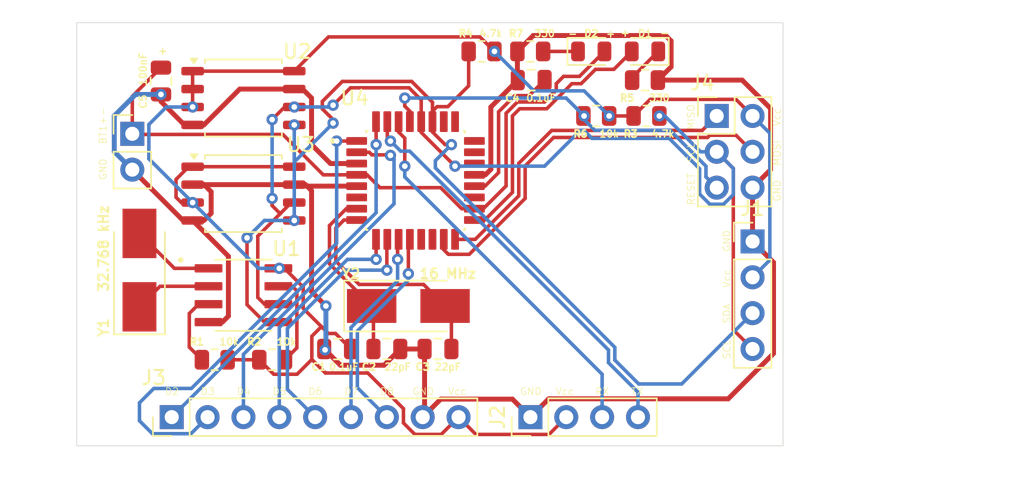
<source format=kicad_pcb>
(kicad_pcb (version 20240108) (generator "pcbnew") (generator_version "8.0")
  (title_block (title "MCU Datalogger") (date "2025-03-25") (rev "1") (company "Artem Kostenk&co") (comment 1 "2 layer PCB version"))
  (layers (0 "F.Cu" mixed) (31 "B.Cu" mixed) (34 "B.Paste" user) (35 "F.Paste" user) (36 "B.SilkS" user "B.Silkscreen") (37 "F.SilkS" user "F.Silkscreen") (38 "B.Mask" user) (39 "F.Mask" user) (44 "Edge.Cuts" user))
  (property "project_name" "MCU Datalogger with memory and clock")
  (net 0 "")
  (net 1 "Net-(BT1-+)")
  (net 2 "GND")
  (net 3 "/Vcc")
  (net 4 "Net-(U4-PB6)")
  (net 5 "Net-(U4-PB7)")
  (net 6 "Net-(U4-AREF)")
  (net 7 "Net-(D1-K)")
  (net 8 "/SCK")
  (net 9 "Net-(D2-K)")
  (net 10 "/SDA")
  (net 11 "/SCL")
  (net 12 "/TX")
  (net 13 "/RX")
  (net 14 "/D8")
  (net 15 "/D5")
  (net 16 "/D2")
  (net 17 "/D6")
  (net 18 "/D3")
  (net 19 "/D4")
  (net 20 "/D7")
  (net 21 "/RESET")
  (net 22 "/MISO")
  (net 23 "/MOSI")
  (net 24 "Net-(U1-~{INTA})")
  (net 25 "Net-(U1-SQW{slash}~INT)")
  (net 26 "Net-(U1-X1)")
  (net 27 "Net-(U1-X2)")
  (footprint "LED_SMD:LED_0805_2012Metric" (layer "F.Cu") (at 144.526 123.952 180)
    (property "Reference" "D1")
    (property "Value" "LED")
  )
  (footprint "Connector_PinHeader_2.54mm:PinHeader_1x02_P2.54mm_Vertical" (layer "F.Cu") (at 108.204 129.789)
    (property "Reference" "BT1+-" (hide yes))
    (property "Value" "Battery")
  )
  (footprint "MountingHole:MountingHole_2.1mm" (layer "F.Cu") (at 106.68 149.352)
    (property "Reference" "H2" (hide yes))
    (property "Value" "MountingHole")
  )
  (footprint "Resistor_SMD:R_0805_2012Metric" (layer "F.Cu") (at 141.0735 128.524 180)
    (property "Reference" "R6")
    (property "Value" "10k")
  )
  (footprint "LED_SMD:LED_0805_2012Metric" (layer "F.Cu") (at 140.716 123.952)
    (property "Reference" "D2")
    (property "Value" "LED")
  )
  (footprint "Connector_PinHeader_2.54mm:PinHeader_1x09_P2.54mm_Vertical" (layer "F.Cu") (at 110.998 149.86 90)
    (property "Reference" "J3")
    (property "Value" "Conn_01x09_Pin")
  )
  (footprint "MountingHole:MountingHole_2.1mm" (layer "F.Cu") (at 106.68 124.46)
    (property "Reference" "H3" (hide yes))
    (property "Value" "MountingHole")
  )
  (footprint "Resistor_SMD:R_0805_2012Metric" (layer "F.Cu") (at 132.9455 123.952 180)
    (property "Reference" "R4")
    (property "Value" "4.7k")
  )
  (footprint "Capacitor_SMD:C_0805_2012Metric" (layer "F.Cu") (at 129.86 145.034)
    (property "Reference" "C3")
    (property "Value" "22pF")
  )
  (footprint "MountingHole:MountingHole_2.1mm" (layer "F.Cu") (at 151.892 124.206)
    (property "Reference" "H1" (hide yes))
    (property "Value" "MountingHole")
  )
  (footprint "Capacitor_SMD:C_0805_2012Metric" (layer "F.Cu") (at 136.464 125.984)
    (property "Reference" "C4")
    (property "Value" "0.1uF")
  )
  (footprint "Resistor_SMD:R_0805_2012Metric" (layer "F.Cu") (at 118.11 145.796)
    (property "Reference" "R2")
    (property "Value" "10k")
  )
  (footprint "MountingHole:MountingHole_2.1mm" (layer "F.Cu") (at 151.892 149.352)
    (property "Reference" "H4" (hide yes))
    (property "Value" "MountingHole")
  )
  (footprint "Connector_PinHeader_2.54mm:PinHeader_2x03_P2.54mm_Vertical" (layer "F.Cu") (at 149.606 128.524)
    (property "Reference" "J4")
    (property "Value" "Conn_02x03_Odd_Even")
  )
  (footprint "Connector_PinHeader_2.54mm:PinHeader_1x04_P2.54mm_Vertical" (layer "F.Cu") (at 152.146 137.414)
    (property "Reference" "J1")
    (property "Value" "Conn_01x04_Pin")
  )
  (footprint "Resistor_SMD:R_0805_2012Metric" (layer "F.Cu") (at 136.398 123.952 180)
    (property "Reference" "R7")
    (property "Value" "330")
  )
  (footprint "Capacitor_SMD:C_0805_2012Metric" (layer "F.Cu") (at 122.748 145.034 180)
    (property "Reference" "C1")
    (property "Value" "0.1uF")
  )
  (footprint "Resistor_SMD:R_0805_2012Metric" (layer "F.Cu") (at 114.046 145.796 180)
    (property "Reference" "R1")
    (property "Value" "10k")
  )
  (footprint "Package_SO:SOIC-8_5.23x5.23mm_P1.27mm" (layer "F.Cu") (at 116.078 134.024)
    (property "Reference" "U3")
    (property "Value" "24LC1025")
  )
  (footprint "footprints:SOIC127P600X175-8N" (layer "F.Cu") (at 116.078 141.224)
    (property "Reference" "U1")
    (property "Value" "DS1337S_")
  )
  (footprint "Crystal:Crystal_SMD_5032-2Pin_5.0x3.2mm_HandSoldering" (layer "F.Cu") (at 127.762 141.986)
    (property "Reference" "Y2")
    (property "Value" "16 MHz")
  )
  (footprint "Resistor_SMD:R_0805_2012Metric" (layer "F.Cu") (at 144.526 125.984 180)
    (property "Reference" "R5")
    (property "Value" "330")
  )
  (footprint "Resistor_SMD:R_0805_2012Metric" (layer "F.Cu") (at 144.6295 128.524)
    (property "Reference" "R3")
    (property "Value" "4.7k")
  )
  (footprint "Package_SO:SOIC-8_5.23x5.23mm_P1.27mm" (layer "F.Cu") (at 116.078 127.254)
    (property "Reference" "U2")
    (property "Value" "24LC1025")
  )
  (footprint "footprints:QFP80P900X900X120-32N" (layer "F.Cu") (at 128.27 133.096)
    (property "Reference" "U4")
    (property "Value" "ATMEGA328P-AU")
  )
  (footprint "Capacitor_SMD:C_0805_2012Metric" (layer "F.Cu") (at 126.238 145.034 180)
    (property "Reference" "C2")
    (property "Value" "22pF")
  )
  (footprint "Crystal:Crystal_SMD_5032-2Pin_5.0x3.2mm_HandSoldering" (layer "F.Cu") (at 108.712 139.446 90)
    (property "Reference" "Y1")
    (property "Value" "32.768 kHz")
  )
  (footprint "Connector_PinHeader_2.54mm:PinHeader_1x04_P2.54mm_Vertical" (layer "F.Cu") (at 136.408 149.86 90)
    (property "Reference" "J2")
    (property "Value" "Conn_01x04_Pin")
  )
  (footprint "Capacitor_SMD:C_0805_2012Metric" (layer "F.Cu") (at 110.236 126.05 -90)
    (property "Reference" "C5")
    (property "Value" "100nF")
  )
  (gr_rect (start 104.267 121.92) (end 154.305 151.892) (stroke (width 0.05)) (fill none) (layer "Edge.Cuts"))
  (gr_text "SCL" (at 150.622 145.796 90) (layer "F.SilkS") (effects (font (size 0.5 0.5) (thickness 0.05)) (justify left bottom)))
  (gr_text "D3" (at 113.03 148.336 0) (layer "F.SilkS") (effects (font (size 0.5 0.5) (thickness 0.05)) (justify left bottom)))
  (gr_text "SDA" (at 150.622 143.256 90) (layer "F.SilkS") (effects (font (size 0.5 0.5) (thickness 0.05)) (justify left bottom)))
  (gr_text "RX" (at 140.97 148.336 0) (layer "F.SilkS") (effects (font (size 0.5 0.5) (thickness 0.05)) (justify left bottom)))
  (gr_text "+" (at 142.748 122.936 0) (layer "F.SilkS") (effects (font (size 0.5 0.5) (thickness 0.1)) (justify left bottom)))
  (gr_text "Vcc" (at 150.622 140.716 90) (layer "F.SilkS") (effects (font (size 0.5 0.5) (thickness 0.05)) (justify left bottom)))
  (gr_text "MOSI" (at 154.178 132.08 90) (layer "F.SilkS") (effects (font (size 0.5 0.5) (thickness 0.05)) (justify left bottom)))
  (gr_text "+" (at 109.982 124.206 0) (layer "F.SilkS") (effects (font (size 0.5 0.5) (thickness 0.1)) (justify left bottom)))
  (gr_text "D4" (at 115.57 148.336 0) (layer "F.SilkS") (effects (font (size 0.5 0.5) (thickness 0.05)) (justify left bottom)))
  (gr_text "BT1+-" (at 106.426 130.556 90) (layer "F.SilkS") (effects (font (size 0.5 0.5) (thickness 0.05)) (justify left bottom)))
  (gr_text "GND" (at 154.178 134.62 90) (layer "F.SilkS") (effects (font (size 0.5 0.5) (thickness 0.05)) (justify left bottom)))
  (gr_text "D8" (at 125.73 148.336 0) (layer "F.SilkS") (effects (font (size 0.5 0.5) (thickness 0.05)) (justify left bottom)))
  (gr_text "-" (at 145.542 122.936 0) (layer "F.SilkS") (effects (font (size 0.5 0.5) (thickness 0.1)) (justify left bottom)))
  (gr_text "+" (at 141.716 122.992 0) (layer "F.SilkS") (effects (font (size 0.5 0.5) (thickness 0.1)) (justify left bottom)))
  (gr_text "GND" (at 106.426 133.096 90) (layer "F.SilkS") (effects (font (size 0.5 0.5) (thickness 0.05)) (justify left bottom)))
  (gr_text "D2" (at 110.49 148.336 0) (layer "F.SilkS") (effects (font (size 0.5 0.5) (thickness 0.05)) (justify left bottom)))
  (gr_text "Vcc" (at 130.556 148.336 0) (layer "F.SilkS") (effects (font (size 0.5 0.5) (thickness 0.05)) (justify left bottom)))
  (gr_text "D7" (at 123.19 148.336 0) (layer "F.SilkS") (effects (font (size 0.5 0.5) (thickness 0.05)) (justify left bottom)))
  (gr_text "D6" (at 120.65 148.336 0) (layer "F.SilkS") (effects (font (size 0.5 0.5) (thickness 0.05)) (justify left bottom)))
  (gr_text "-" (at 139.031 122.992 0) (layer "F.SilkS") (effects (font (size 0.5 0.5) (thickness 0.1)) (justify left bottom)))
  (gr_text "RESET" (at 148.082 134.874 90) (layer "F.SilkS") (effects (font (size 0.5 0.5) (thickness 0.05)) (justify left bottom)))
  (gr_text "Vcc" (at 138.176 148.336 0) (layer "F.SilkS") (effects (font (size 0.5 0.5) (thickness 0.05)) (justify left bottom)))
  (gr_text "GND" (at 128.016 148.336 0) (layer "F.SilkS") (effects (font (size 0.5 0.5) (thickness 0.05)) (justify left bottom)))
  (gr_text "SCL" (at 148.082 131.826 90) (layer "F.SilkS") (effects (font (size 0.5 0.5) (thickness 0.05)) (justify left bottom)))
  (gr_text "Vcc" (at 154.178 129.286 90) (layer "F.SilkS") (effects (font (size 0.5 0.5) (thickness 0.05)) (justify left bottom)))
  (gr_text "MISO" (at 148.082 129.54 90) (layer "F.SilkS") (effects (font (size 0.5 0.5) (thickness 0.05)) (justify left bottom)))
  (gr_text "TX" (at 143.51 148.336 0) (layer "F.SilkS") (effects (font (size 0.5 0.5) (thickness 0.05)) (justify left bottom)))
  (gr_text "GND" (at 135.636 148.336 0) (layer "F.SilkS") (effects (font (size 0.5 0.5) (thickness 0.05)) (justify left bottom)))
  (gr_text "GND" (at 150.622 138.176 90) (layer "F.SilkS") (effects (font (size 0.5 0.5) (thickness 0.05)) (justify left bottom)))
  (gr_text "D5" (at 118.11 148.336 0) (layer "F.SilkS") (effects (font (size 0.5 0.5) (thickness 0.05)) (justify left bottom)))
  (segment (start 118.868908 129.834) (end 108.249 129.834) (width 0.25) (layer "F.Cu") (net 1))
  (segment (start 135.484396 127.534) (end 134.684198 128.334198) (width 0.25) (layer "F.Cu") (net 1))
  (segment (start 133.071252 135.096) (end 132.44 135.096) (width 0.25) (layer "F.Cu") (net 1))
  (segment (start 108.249 129.834) (end 108.204 129.789) (width 0.25) (layer "F.Cu") (net 1))
  (segment (start 138.239 126.238) (end 138.239 126.7041) (width 0.25) (layer "F.Cu") (net 1))
  (segment (start 108.204 127.132) (end 108.204 129.789) (width 0.25) (layer "F.Cu") (net 1))
  (segment (start 138.756 125.721) (end 138.239 126.238) (width 0.25) (layer "F.Cu") (net 1))
  (segment (start 134.684198 128.334198) (end 134.684198 133.483054) (width 0.25) (layer "F.Cu") (net 1))
  (segment (start 139.8845 125.721) (end 138.756 125.721) (width 0.25) (layer "F.Cu") (net 1))
  (segment (start 130.048 133.604) (end 131.54 135.096) (width 0.25) (layer "F.Cu") (net 1))
  (segment (start 134.684198 133.483054) (end 133.071252 135.096) (width 0.25) (layer "F.Cu") (net 1))
  (segment (start 138.239 126.7041) (end 137.4091 127.534) (width 0.25) (layer "F.Cu") (net 1))
  (segment (start 124.1 132.696) (end 121.730908 132.696) (width 0.25) (layer "F.Cu") (net 1))
  (segment (start 137.4091 127.534) (end 135.484396 127.534) (width 0.25) (layer "F.Cu") (net 1))
  (segment (start 121.730908 132.696) (end 118.868908 129.834) (width 0.25) (layer "F.Cu") (net 1))
  (segment (start 124.1 132.696) (end 124.835 132.696) (width 0.25) (layer "F.Cu") (net 1))
  (segment (start 124.835 132.696) (end 125.743 133.604) (width 0.25) (layer "F.Cu") (net 1))
  (segment (start 123.992 132.588) (end 124.1 132.696) (width 0.25) (layer "F.Cu") (net 1))
  (segment (start 125.743 133.604) (end 130.048 133.604) (width 0.25) (layer "F.Cu") (net 1))
  (segment (start 141.6535 123.952) (end 139.8845 125.721) (width 0.25) (layer "F.Cu") (net 1))
  (segment (start 110.236 125.1) (end 108.204 127.132) (width 0.25) (layer "F.Cu") (net 1))
  (segment (start 131.54 135.096) (end 132.44 135.096) (width 0.25) (layer "F.Cu") (net 1))
  (segment (start 108.416 129.577) (end 108.204 129.789) (width 0.25) (layer "B.Cu") (net 1))
  (segment (start 120.903 127.253) (end 120.269 126.619) (width 0.35) (layer "F.Cu") (net 2))
  (segment (start 127.188 145.034) (end 126.038 146.184) (width 0.35) (layer "F.Cu") (net 2))
  (segment (start 153.421 132.329) (end 152.146 133.604) (width 0.35) (layer "F.Cu") (net 2))
  (segment (start 113.603 143.129) (end 114.588 143.129) (width 0.35) (layer "F.Cu") (net 2))
  (segment (start 152.146 133.604) (end 152.146 137.414) (width 0.35) (layer "F.Cu") (net 2))
  (segment (start 150.420106 148.563017) (end 153.63 145.353123) (width 0.35) (layer "F.Cu") (net 2))
  (segment (start 121.859 145.095) (end 121.798 145.034) (width 0.35) (layer "F.Cu") (net 2))
  (segment (start 146.376 123.21199) (end 145.99101 122.827) (width 0.35) (layer "F.Cu") (net 2))
  (segment (start 112.478 129.159) (end 113.277999 129.159) (width 0.35) (layer "F.Cu") (net 2))
  (segment (start 153.63 145.353123) (end 153.63 138.898) (width 0.35) (layer "F.Cu") (net 2))
  (segment (start 126.038 146.184) (end 122.948 146.184) (width 0.35) (layer "F.Cu") (net 2))
  (segment (start 119.678 133.389) (end 119.785 133.496) (width 0.35) (layer "F.Cu") (net 2))
  (segment (start 153.421 127.995877) (end 153.421 132.329) (width 0.35) (layer "F.Cu") (net 2))
  (segment (start 112.478 135.929) (end 113.277999 135.929) (width 0.35) (layer "F.Cu") (net 2))
  (segment (start 137.704983 148.563017) (end 150.420106 148.563017) (width 0.35) (layer "F.Cu") (net 2))
  (segment (start 136.6105 122.827) (end 135.4855 123.952) (width 0.35) (layer "F.Cu") (net 2))
  (segment (start 120.269 126.619) (end 119.678 126.619) (width 0.35) (layer "F.Cu") (net 2))
  (segment (start 119.678 133.389) (end 112.478 133.389) (width 0.35) (layer "F.Cu") (net 2))
  (segment (start 120.103 133.389) (end 119.678 133.389) (width 0.35) (layer "F.Cu") (net 2))
  (segment (start 110.236 127.5) (end 111.895 129.159) (width 0.35) (layer "F.Cu") (net 2))
  (segment (start 135.4855 125.9555) (end 135.514 125.984) (width 0.35) (layer "F.Cu") (net 2))
  (segment (start 145.4385 125.984) (end 151.409123 125.984) (width 0.35) (layer "F.Cu") (net 2))
  (segment (start 113.277999 135.929) (end 113.792 135.414999) (width 0.35) (layer "F.Cu") (net 2))
  (segment (start 119.678 133.389) (end 120.477999 133.389) (width 0.35) (layer "F.Cu") (net 2))
  (segment (start 111.895 129.159) (end 112.478 129.159) (width 0.35) (layer "F.Cu") (net 2))
  (segment (start 122.948 146.184) (end 121.859 145.095) (width 0.35) (layer "F.Cu") (net 2))
  (segment (start 111.804 135.929) (end 112.478 135.929) (width 0.35) (layer "F.Cu") (net 2))
  (segment (start 128.91 145.034) (end 128.91 149.728) (width 0.35) (layer "F.Cu") (net 2))
  (segment (start 153.63 138.898) (end 152.146 137.414) (width 0.35) (layer "F.Cu") (net 2))
  (segment (start 119.785 133.496) (end 124.1 133.496) (width 0.35) (layer "F.Cu") (net 2))
  (segment (start 145.4385 125.984) (end 146.376 125.0465) (width 0.35) (layer "F.Cu") (net 2))
  (segment (start 151.409123 125.984) (end 153.421 127.995877) (width 0.35) (layer "F.Cu") (net 2))
  (segment (start 133.604 132.304672) (end 133.212672 132.696) (width 0.35) (layer "F.Cu") (net 2))
  (segment (start 135.514 125.984) (end 133.604 127.894) (width 0.35) (layer "F.Cu") (net 2))
  (segment (start 127.188 145.034) (end 128.91 145.034) (width 0.35) (layer "F.Cu") (net 2))
  (segment (start 113.284 133.389) (end 112.478 133.389) (width 0.35) (layer "F.Cu") (net 2))
  (segment (start 120.477999 133.389) (end 120.904 133.815001) (width 0.35) (layer "F.Cu") (net 2))
  (segment (start 120.904 140.97) (end 121.92 141.986) (width 0.35) (layer "F.Cu") (net 2))
  (segment (start 136.408 149.86) (end 137.704983 148.563017) (width 0.35) (layer "F.Cu") (net 2))
  (segment (start 120.903 130.555) (end 120.903 127.253) (width 0.35) (layer "F.Cu") (net 2))
  (segment (start 114.588 143.129) (end 115.013 142.704) (width 0.35) (layer "F.Cu") (net 2))
  (segment (start 110.236 127) (end 110.236 127.5) (width 0.35) (layer "F.Cu") (net 2))
  (segment (start 135.133 148.585) (end 130.053 148.585) (width 0.35) (layer "F.Cu") (net 2))
  (segment (start 113.792 133.897) (end 113.284 133.389) (width 0.35) (layer "F.Cu") (net 2))
  (segment (start 113.792 135.414999) (end 113.792 133.897) (width 0.35) (layer "F.Cu") (net 2))
  (segment (start 133.212672 132.696) (end 132.44 132.696) (width 0.35) (layer "F.Cu") (net 2))
  (segment (start 113.277999 129.159) (end 115.817999 126.619) (width 0.35) (layer "F.Cu") (net 2))
  (segment (start 146.376 125.0465) (end 146.376 123.21199) (width 0.35) (layer "F.Cu") (net 2))
  (segment (start 120.904 133.815001) (end 120.904 140.97) (width 0.35) (layer "F.Cu") (net 2))
  (segment (start 108.204 132.329) (end 111.804 135.929) (width 0.35) (layer "F.Cu") (net 2))
  (segment (start 136.408 149.86) (end 135.133 148.585) (width 0.35) (layer "F.Cu") (net 2))
  (segment (start 128.91 149.728) (end 128.778 149.86) (width 0.35) (layer "F.Cu") (net 2))
  (segment (start 145.99101 122.827) (end 136.6105 122.827) (width 0.35) (layer "F.Cu") (net 2))
  (segment (start 124.1 131.896) (end 122.244 131.896) (width 0.35) (layer "F.Cu") (net 2))
  (segment (start 115.013 142.704) (end 115.013 138.464) (width 0.35) (layer "F.Cu") (net 2))
  (segment (start 122.244 131.896) (end 120.903 130.555) (width 0.35) (layer "F.Cu") (net 2))
  (segment (start 135.4855 123.952) (end 135.4855 125.9555) (width 0.35) (layer "F.Cu") (net 2))
  (segment (start 115.817999 126.619) (end 119.678 126.619) (width 0.35) (layer "F.Cu") (net 2))
  (segment (start 133.604 127.894) (end 133.604 132.304672) (width 0.35) (layer "F.Cu") (net 2))
  (segment (start 115.013 138.464) (end 112.478 135.929) (width 0.35) (layer "F.Cu") (net 2))
  (segment (start 130.053 148.585) (end 128.778 149.86) (width 0.35) (layer "F.Cu") (net 2))
  (via (at 121.859 145.095) (size 0.8) (drill 0.4) (layers "F.Cu" "B.Cu") (net 2))
  (via (at 121.92 141.986) (size 0.8) (drill 0.4) (layers "F.Cu" "B.Cu") (net 2))
  (via (at 110.236 127) (size 0.8) (drill 0.4) (layers "F.Cu" "B.Cu") (net 2))
  (segment (start 108.204 132.329) (end 106.929 131.054) (width 0.35) (layer "B.Cu") (net 2))
  (segment (start 121.92 141.986) (end 121.92 145.034) (width 0.35) (layer "B.Cu") (net 2))
  (segment (start 108.443 127) (end 110.236 127) (width 0.35) (layer "B.Cu") (net 2))
  (segment (start 121.92 145.034) (end 121.859 145.095) (width 0.35) (layer "B.Cu") (net 2))
  (segment (start 106.929 128.514) (end 108.443 127) (width 0.35) (layer "B.Cu") (net 2))
  (segment (start 106.929 131.054) (end 106.929 128.514) (width 0.35) (layer "B.Cu") (net 2))
  (segment (start 120.313 142.157) (end 121.581604 143.425604) (width 0.25) (layer "F.Cu") (net 3))
  (segment (start 137.723 151.085) (end 132.543 151.085) (width 0.25) (layer "F.Cu") (net 3))
  (segment (start 152.146 128.524) (end 150.971 127.349) (width 0.25) (layer "F.Cu") (net 3))
  (segment (start 118.553 139.319) (end 118.618 139.319) (width 0.25) (layer "F.Cu") (net 3))
  (segment (start 124.89 146.734) (end 121.88219 146.734) (width 0.25) (layer "F.Cu") (net 3))
  (segment (start 127.413 149.257) (end 124.89 146.734) (width 0.25) (layer "F.Cu") (net 3))
  (segment (start 122.09 143.934) (end 121.666 143.51) (width 0.25) (layer "F.Cu") (net 3))
  (segment (start 130.093 151.085) (end 128.225 151.085) (width 0.25) (layer "F.Cu") (net 3))
  (segment (start 121.88219 146.734) (end 120.923 145.77481) (width 0.25) (layer "F.Cu") (net 3))
  (segment (start 127.413 150.273) (end 127.413 149.257) (width 0.25) (layer "F.Cu") (net 3))
  (segment (start 118.618 139.319) (end 118.981462 139.319) (width 0.25) (layer "F.Cu") (net 3))
  (segment (start 138.948 149.86) (end 137.723 151.085) (width 0.25) (layer "F.Cu") (net 3))
  (segment (start 120.923 144.12881) (end 121.54181 143.51) (width 0.25) (layer "F.Cu") (net 3))
  (segment (start 117.1975 145.796) (end 118.2225 146.821) (width 0.25) (layer "F.Cu") (net 3))
  (segment (start 118.2225 146.821) (end 119.87681 146.821) (width 0.25) (layer "F.Cu") (net 3))
  (segment (start 128.225 151.085) (end 127.413 150.273) (width 0.25) (layer "F.Cu") (net 3))
  (segment (start 132.543 151.085) (end 131.318 149.86) (width 0.25) (layer "F.Cu") (net 3))
  (segment (start 120.313 140.650538) (end 120.313 142.157) (width 0.25) (layer "F.Cu") (net 3))
  (segment (start 112.478 126.619) (end 112.478 127.889) (width 0.25) (layer "F.Cu") (net 3))
  (segment (start 111.678001 134.659) (end 111.303 134.283999) (width 0.25) (layer "F.Cu") (net 3))
  (segment (start 150.971 127.349) (end 144.892 127.349) (width 0.25) (layer "F.Cu") (net 3))
  (segment (start 141.986 128.524) (end 143.717 128.524) (width 0.25) (layer "F.Cu") (net 3))
  (segment (start 122.1 122.927) (end 119.678 125.349) (width 0.25) (layer "F.Cu") (net 3))
  (segment (start 121.666 143.51) (end 121.581604 143.425604) (width 0.25) (layer "F.Cu") (net 3))
  (segment (start 114.9585 145.796) (end 117.1975 145.796) (width 0.25) (layer "F.Cu") (net 3))
  (segment (start 111.303 134.283999) (end 111.303 133.017382) (width 0.25) (layer "F.Cu") (net 3))
  (segment (start 118.981462 139.319) (end 120.313 140.650538) (width 0.25) (layer "F.Cu") (net 3))
  (segment (start 112.478 125.349) (end 119.678 125.349) (width 0.25) (layer "F.Cu") (net 3))
  (segment (start 133.858 123.952) (end 132.833 122.927) (width 0.25) (layer "F.Cu") (net 3))
  (segment (start 123.698 145.034) (end 122.598 143.934) (width 0.25) (layer "F.Cu") (net 3))
  (segment (start 132.833 122.927) (end 122.1 122.927) (width 0.25) (layer "F.Cu") (net 3))
  (segment (start 112.478 132.119) (end 119.678 132.119) (width 0.25) (layer "F.Cu") (net 3))
  (segment (start 112.478 134.659) (end 111.678001 134.659) (width 0.25) (layer "F.Cu") (net 3))
  (segment (start 144.892 127.349) (end 143.717 128.524) (width 0.25) (layer "F.Cu") (net 3))
  (segment (start 120.923 145.77481) (end 120.923 144.12881) (width 0.25) (layer "F.Cu") (net 3))
  (segment (start 121.54181 143.51) (end 121.666 143.51) (width 0.25) (layer "F.Cu") (net 3))
  (segment (start 131.318 149.86) (end 130.093 151.085) (width 0.25) (layer "F.Cu") (net 3))
  (segment (start 111.303 133.017382) (end 112.201382 132.119) (width 0.25) (layer "F.Cu") (net 3))
  (segment (start 112.201382 132.119) (end 112.478 132.119) (width 0.25) (layer "F.Cu") (net 3))
  (segment (start 122.598 143.934) (end 122.09 143.934) (width 0.25) (layer "F.Cu") (net 3))
  (segment (start 119.87681 146.821) (end 120.923 145.77481) (width 0.25) (layer "F.Cu") (net 3))
  (segment (start 112.478 125.349) (end 112.478 126.619) (width 0.25) (layer "F.Cu") (net 3))
  (via (at 112.478 127.889) (size 0.8) (drill 0.4) (layers "F.Cu" "B.Cu") (net 3))
  (via (at 141.986 128.524) (size 0.8) (drill 0.4) (layers "F.Cu" "B.Cu") (net 3))
  (via (at 118.618 139.319) (size 0.8) (drill 0.4) (layers "F.Cu" "B.Cu") (net 3))
  (via (at 112.478 134.659) (size 0.8) (drill 0.4) (layers "F.Cu" "B.Cu") (net 3))
  (via (at 133.858 123.952) (size 0.8) (drill 0.4) (layers "F.Cu" "B.Cu") (net 3))
  (segment (start 136.652 126.746) (end 133.858 123.952) (width 0.25) (layer "B.Cu") (net 3))
  (segment (start 110.617 127.889) (end 112.478 127.889) (width 0.25) (layer "B.Cu") (net 3))
  (segment (start 109.379 129.127) (end 110.617 127.889) (width 0.25) (layer "B.Cu") (net 3))
  (segment (start 140.208 126.746) (end 136.652 126.746) (width 0.25) (layer "B.Cu") (net 3))
  (segment (start 109.379 131.56) (end 109.379 129.127) (width 0.25) (layer "B.Cu") (net 3))
  (segment (start 153.371 138.729) (end 153.371 129.749) (width 0.25) (layer "B.Cu") (net 3))
  (segment (start 152.146 139.954) (end 153.371 138.729) (width 0.25) (layer "B.Cu") (net 3))
  (segment (start 153.371 129.749) (end 152.146 128.524) (width 0.25) (layer "B.Cu") (net 3))
  (segment (start 118.618 139.319) (end 117.138 139.319) (width 0.25) (layer "B.Cu") (net 3))
  (segment (start 117.138 139.319) (end 112.478 134.659) (width 0.25) (layer "B.Cu") (net 3))
  (segment (start 112.478 134.659) (end 109.379 131.56) (width 0.25) (layer "B.Cu") (net 3))
  (segment (start 141.986 128.524) (end 140.208 126.746) (width 0.25) (layer "B.Cu") (net 3))
  (segment (start 125.288 142.112) (end 125.162 141.986) (width 0.25) (layer "F.Cu") (net 4))
  (segment (start 122.174 138.998) (end 122.174 136.287) (width 0.25) (layer "F.Cu") (net 4))
  (segment (start 125.288 145.034) (end 125.288 142.112) (width 0.25) (layer "F.Cu") (net 4))
  (segment (start 125.162 141.986) (end 122.174 138.998) (width 0.25) (layer "F.Cu") (net 4))
  (segment (start 122.174 136.287) (end 123.365 135.096) (width 0.25) (layer "F.Cu") (net 4))
  (segment (start 123.365 135.096) (end 124.1 135.096) (width 0.25) (layer "F.Cu") (net 4))
  (segment (start 122.624 136.473396) (end 123.201396 135.896) (width 0.25) (layer "F.Cu") (net 5))
  (segment (start 123.201396 135.896) (end 124.1 135.896) (width 0.25) (layer "F.Cu") (net 5))
  (segment (start 124.273396 140.461) (end 122.624 138.811604) (width 0.25) (layer "F.Cu") (net 5))
  (segment (start 122.624 138.811604) (end 122.624 136.473396) (width 0.25) (layer "F.Cu") (net 5))
  (segment (start 130.362 141.986) (end 128.837 140.461) (width 0.25) (layer "F.Cu") (net 5))
  (segment (start 130.81 145.034) (end 130.81 142.434) (width 0.25) (layer "F.Cu") (net 5))
  (segment (start 130.81 142.434) (end 130.362 141.986) (width 0.25) (layer "F.Cu") (net 5))
  (segment (start 128.837 140.461) (end 124.273396 140.461) (width 0.25) (layer "F.Cu") (net 5))
  (segment (start 135.298 127.084) (end 134.154 128.228) (width 0.25) (layer "F.Cu") (net 6))
  (segment (start 137.414 125.984) (end 136.314 127.084) (width 0.25) (layer "F.Cu") (net 6))
  (segment (start 134.154 132.53249) (end 133.19049 133.496) (width 0.25) (layer "F.Cu") (net 6))
  (segment (start 136.314 127.084) (end 135.298 127.084) (width 0.25) (layer "F.Cu") (net 6))
  (segment (start 133.19049 133.496) (end 132.44 133.496) (width 0.25) (layer "F.Cu") (net 6))
  (segment (start 134.154 128.228) (end 134.154 132.53249) (width 0.25) (layer "F.Cu") (net 6))
  (segment (start 143.6135 125.802) (end 145.4635 123.952) (width 0.25) (layer "F.Cu") (net 7))
  (segment (start 143.6135 125.984) (end 143.6135 125.802) (width 0.25) (layer "F.Cu") (net 7))
  (segment (start 141.019896 125.222) (end 142.3185 125.222) (width 0.25) (layer "F.Cu") (net 8))
  (segment (start 132.44 135.896) (end 133.175 135.896) (width 0.25) (layer "F.Cu") (net 8))
  (segment (start 142.3185 125.222) (end 143.5885 123.952) (width 0.25) (layer "F.Cu") (net 8))
  (segment (start 135.642198 128.016) (end 137.563496 128.016) (width 0.25) (layer "F.Cu") (net 8))
  (segment (start 139.341496 126.238) (end 140.003896 126.238) (width 0.25) (layer "F.Cu") (net 8))
  (segment (start 135.134198 128.524) (end 135.642198 128.016) (width 0.25) (layer "F.Cu") (net 8))
  (segment (start 140.003896 126.238) (end 141.019896 125.222) (width 0.25) (layer "F.Cu") (net 8))
  (segment (start 133.175 135.896) (end 135.134198 133.936802) (width 0.25) (layer "F.Cu") (net 8))
  (segment (start 137.563496 128.016) (end 139.341496 126.238) (width 0.25) (layer "F.Cu") (net 8))
  (segment (start 135.134198 133.936802) (end 135.134198 128.524) (width 0.25) (layer "F.Cu") (net 8))
  (segment (start 137.3105 123.952) (end 139.7785 123.952) (width 0.25) (layer "F.Cu") (net 9))
  (segment (start 129.47 128.191) (end 129.47 128.926) (width 0.25) (layer "F.Cu") (net 10))
  (segment (start 132.033 126.389) (end 130.556 127.866) (width 0.25) (layer "F.Cu") (net 10))
  (segment (start 129.795 127.866) (end 129.47 128.191) (width 0.25) (layer "F.Cu") (net 10))
  (segment (start 130.556 127.866) (end 129.795 127.866) (width 0.25) (layer "F.Cu") (net 10))
  (segment (start 132.033 123.952) (end 132.033 126.389) (width 0.25) (layer "F.Cu") (net 10))
  (segment (start 129.47 128.926) (end 129.47 127.554299) (width 0.25) (layer "F.Cu") (net 10))
  (segment (start 116.332 141.893) (end 116.332 137.16) (width 0.25) (layer "F.Cu") (net 10))
  (segment (start 122.428 128.778) (end 122.428 129.032) (width 0.25) (layer "F.Cu") (net 10))
  (segment (start 117.568 143.129) (end 116.332 141.893) (width 0.25) (layer "F.Cu") (net 10))
  (segment (start 129.47 127.554299) (end 127.994701 126.079) (width 0.25) (layer "F.Cu") (net 10))
  (segment (start 121.666 127.498695) (end 121.666 128.025305) (width 0.25) (layer "F.Cu") (net 10))
  (segment (start 122.127695 128.487) (end 122.137 128.487) (width 0.25) (layer "F.Cu") (net 10))
  (segment (start 130.81 130.556) (end 130.365 130.556) (width 0.25) (layer "F.Cu") (net 10))
  (segment (start 123.085695 126.079) (end 121.666 127.498695) (width 0.25) (layer "F.Cu") (net 10))
  (segment (start 121.666 128.025305) (end 122.127695 128.487) (width 0.25) (layer "F.Cu") (net 10))
  (segment (start 130.365 130.556) (end 129.47 129.661) (width 0.25) (layer "F.Cu") (net 10))
  (segment (start 129.47 129.661) (end 129.47 128.926) (width 0.25) (layer "F.Cu") (net 10))
  (segment (start 118.553 143.129) (end 117.568 143.129) (width 0.25) (layer "F.Cu") (net 10))
  (segment (start 127.994701 126.079) (end 123.085695 126.079) (width 0.25) (layer "F.Cu") (net 10))
  (segment (start 122.137 128.487) (end 122.428 128.778) (width 0.25) (layer "F.Cu") (net 10))
  (via (at 116.332 137.16) (size 0.8) (drill 0.4) (layers "F.Cu" "B.Cu") (net 10))
  (via (at 130.81 130.556) (size 0.8) (drill 0.4) (layers "F.Cu" "B.Cu") (net 10))
  (via (at 119.678 129.159) (size 0.8) (drill 0.4) (layers "F.Cu" "B.Cu") (net 10))
  (via (at 119.678 135.929) (size 0.8) (drill 0.4) (layers "F.Cu" "B.Cu") (net 10))
  (via (at 122.428 129.032) (size 0.8) (drill 0.4) (layers "F.Cu" "B.Cu") (net 10))
  (segment (start 129.673048 132.200951) (end 129.673048 131.692952) (width 0.25) (layer "B.Cu") (net 10))
  (segment (start 119.678 131.826) (end 119.678 129.159) (width 0.25) (layer "B.Cu") (net 10))
  (segment (start 139.071048 141.598951) (end 129.673048 132.200951) (width 0.25) (layer "B.Cu") (net 10))
  (segment (start 142.388 145.815604) (end 142.388 145.796) (width 0.25) (layer "B.Cu") (net 10))
  (segment (start 147.130198 147.509802) (end 144.082198 147.509802) (width 0.25) (layer "B.Cu") (net 10))
  (segment (start 122.428 129.032) (end 119.678 131.782) (width 0.25) (layer "B.Cu") (net 10))
  (segment (start 119.678 135.929) (end 119.678 131.826) (width 0.25) (layer "B.Cu") (net 10))
  (segment (start 117.563 135.929) (end 119.678 135.929) (width 0.25) (layer "B.Cu") (net 10))
  (segment (start 130.302 131.064) (end 130.81 130.556) (width 0.25) (layer "B.Cu") (net 10))
  (segment (start 144.082198 147.509802) (end 142.388 145.815604) (width 0.25) (layer "B.Cu") (net 10))
  (segment (start 129.673048 131.692952) (end 130.302 131.064) (width 0.25) (layer "B.Cu") (net 10))
  (segment (start 116.332 137.16) (end 117.563 135.929) (width 0.25) (layer "B.Cu") (net 10))
  (segment (start 119.678 131.782) (end 119.678 131.826) (width 0.25) (layer "B.Cu") (net 10))
  (segment (start 152.146 142.494) (end 147.130198 147.509802) (width 0.25) (layer "B.Cu") (net 10))
  (segment (start 142.388 145.796) (end 142.388 144.915903) (width 0.25) (layer "B.Cu") (net 10))
  (segment (start 142.388 144.915903) (end 139.071048 141.598951) (width 0.25) (layer "B.Cu") (net 10))
  (segment (start 117.094 141.385) (end 117.094 137.037092) (width 0.25) (layer "F.Cu") (net 11))
  (segment (start 117.094 137.037092) (end 118.683546 135.447546) (width 0.25) (layer "F.Cu") (net 11))
  (segment (start 150.781 143.669) (end 150.781 132.239) (width 0.25) (layer "F.Cu") (net 11))
  (segment (start 128.67 128.926) (end 128.67 127.390695) (width 0.25) (layer "F.Cu") (net 11))
  (segment (start 127.808305 126.529) (end 123.661 126.529) (width 0.25) (layer "F.Cu") (net 11))
  (segment (start 152.146 145.034) (end 150.781 143.669) (width 0.25) (layer "F.Cu") (net 11))
  (segment (start 118.683546 135.447546) (end 119.472092 134.659) (width 0.25) (layer "F.Cu") (net 11))
  (segment (start 128.67 129.686) (end 128.67 128.926) (width 0.25) (layer "F.Cu") (net 11))
  (segment (start 119.678 127.889) (end 118.999 127.889) (width 0.25) (layer "F.Cu") (net 11))
  (segment (start 118.11 134.366) (end 118.11 134.874) (width 0.25) (layer "F.Cu") (net 11))
  (segment (start 118.11 134.874) (end 118.683546 135.447546) (width 0.25) (layer "F.Cu") (net 11))
  (segment (start 118.553 141.859) (end 117.568 141.859) (width 0.25) (layer "F.Cu") (net 11))
  (segment (start 119.472092 134.659) (end 119.678 134.659) (width 0.25) (layer "F.Cu") (net 11))
  (segment (start 123.661 126.529) (end 122.428 127.762) (width 0.25) (layer "F.Cu") (net 11))
  (segment (start 118.999 127.889) (end 118.11 128.778) (width 0.25) (layer "F.Cu") (net 11))
  (segment (start 128.67 127.390695) (end 127.808305 126.529) (width 0.25) (layer "F.Cu") (net 11))
  (segment (start 119.551 127.762) (end 119.678 127.889) (width 0.25) (layer "F.Cu") (net 11))
  (segment (start 117.568 141.859) (end 117.094 141.385) (width 0.25) (layer "F.Cu") (net 11))
  (segment (start 131.064 132.08) (end 128.67 129.686) (width 0.25) (layer "F.Cu") (net 11))
  (segment (start 150.781 132.239) (end 149.606 131.064) (width 0.25) (layer "F.Cu") (net 11))
  (via (at 118.11 128.778) (size 0.8) (drill 0.4) (layers "F.Cu" "B.Cu") (net 11))
  (via (at 131.064 132.08) (size 0.8) (drill 0.4) (layers "F.Cu" "B.Cu") (net 11))
  (via (at 122.428 127.762) (size 0.8) (drill 0.4) (layers "F.Cu" "B.Cu") (net 11))
  (via (at 145.542 128.524) (size 0.8) (drill 0.4) (layers "F.Cu" "B.Cu") (net 11))
  (via (at 118.11 134.366) (size 0.8) (drill 0.4) (layers "F.Cu" "B.Cu") (net 11))
  (via (at 119.678 127.889) (size 0.8) (drill 0.4) (layers "F.Cu" "B.Cu") (net 11))
  (segment (start 131.064 132.08) (end 137.414 132.08) (width 0.25) (layer "B.Cu") (net 11))
  (segment (start 140.770893 130.112198) (end 146.239802 130.112198) (width 0.25) (layer "B.Cu") (net 11))
  (segment (start 148.394 134.053701) (end 149.119299 134.779) (width 0.25) (layer "B.Cu") (net 11))
  (segment (start 148.464396 131.064) (end 145.924396 128.524) (width 0.25) (layer "B.Cu") (net 11))
  (segment (start 146.239802 130.112198) (end 148.394 132.266396) (width 0.25) (layer "B.Cu") (net 11))
  (segment (start 139.954 129.54) (end 140.198695 129.54) (width 0.25) (layer "B.Cu") (net 11))
  (segment (start 149.119299 134.779) (end 150.092701 134.779) (width 0.25) (layer "B.Cu") (net 11))
  (segment (start 122.428 127.762) (end 122.174 127.762) (width 0.25) (layer "B.Cu") (net 11))
  (segment (start 118.11 134.112) (end 118.11 134.366) (width 0.25) (layer "B.Cu") (net 11))
  (segment (start 150.781 134.090701) (end 150.781 132.239) (width 0.25) (layer "B.Cu") (net 11))
  (segment (start 122.047 127.889) (end 119.678 127.889) (width 0.25) (layer "B.Cu") (net 11))
  (segment (start 148.394 132.266396) (end 148.394 134.053701) (width 0.25) (layer "B.Cu") (net 11))
  (segment (start 122.174 127.762) (end 122.047 127.889) (width 0.25) (layer "B.Cu") (net 11))
  (segment (start 140.198695 129.54) (end 140.770893 130.112198) (width 0.25) (layer "B.Cu") (net 11))
  (segment (start 149.606 131.064) (end 148.464396 131.064) (width 0.25) (layer "B.Cu") (net 11))
  (segment (start 137.414 132.08) (end 139.954 129.54) (width 0.25) (layer "B.Cu") (net 11))
  (segment (start 145.924396 128.524) (end 145.542 128.524) (width 0.25) (layer "B.Cu") (net 11))
  (segment (start 150.092701 134.779) (end 150.781 134.090701) (width 0.25) (layer "B.Cu") (net 11))
  (segment (start 150.781 132.239) (end 149.606 131.064) (width 0.25) (layer "B.Cu") (net 11))
  (segment (start 118.11 128.778) (end 118.11 133.858) (width 0.25) (layer "B.Cu") (net 11))
  (segment (start 118.11 133.858) (end 118.11 134.112) (width 0.25) (layer "B.Cu") (net 11))
  (segment (start 126.492 130.302) (end 126.27 130.08) (width 0.25) (layer "F.Cu") (net 12))
  (segment (start 126.27 130.08) (end 126.27 128.926) (width 0.25) (layer "F.Cu") (net 12))
  (via (at 126.492 130.302) (size 0.8) (drill 0.4) (layers "F.Cu" "B.Cu") (net 12))
  (segment (start 144.028 148.092) (end 141.938 146.002) (width 0.25) (layer "B.Cu") (net 12))
  (segment (start 141.938 146.002) (end 141.938 145.102299) (width 0.25) (layer "B.Cu") (net 12))
  (segment (start 141.938 145.102299) (end 127.853396 131.017695) (width 0.25) (layer "B.Cu") (net 12))
  (segment (start 126.501305 130.302) (end 126.492 130.302) (width 0.25) (layer "B.Cu") (net 12))
  (segment (start 144.028 149.86) (end 144.028 148.092) (width 0.25) (layer "B.Cu") (net 12))
  (segment (start 127.217 131.017695) (end 126.501305 130.302) (width 0.25) (layer "B.Cu") (net 12))
  (segment (start 127.853396 131.017695) (end 127.217 131.017695) (width 0.25) (layer "B.Cu") (net 12))
  (segment (start 127.508 132.08) (end 127.508 130.099) (width 0.25) (layer "F.Cu") (net 13))
  (segment (start 127.508 130.099) (end 127.07 129.661) (width 0.25) (layer "F.Cu") (net 13))
  (segment (start 127.07 129.661) (end 127.07 128.926) (width 0.25) (layer "F.Cu") (net 13))
  (via (at 127.508 132.08) (size 0.8) (drill 0.4) (layers "F.Cu" "B.Cu") (net 13))
  (segment (start 141.488 146.822) (end 127.508 132.842) (width 0.25) (layer "B.Cu") (net 13))
  (segment (start 127.508 132.842) (end 127.508 132.08) (width 0.25) (layer "B.Cu") (net 13))
  (segment (start 141.488 149.86) (end 141.488 146.822) (width 0.25) (layer "B.Cu") (net 13))
  (segment (start 127.762 137.374) (end 127.87 137.266) (width 0.25) (layer "F.Cu") (net 14))
  (segment (start 127.762 139.7) (end 127.762 137.374) (width 0.25) (layer "F.Cu") (net 14))
  (via (at 127.762 139.7) (size 0.8) (drill 0.4) (layers "F.Cu" "B.Cu") (net 14))
  (segment (start 127.762 140.15) (end 127.762 139.7) (width 0.25) (layer "B.Cu") (net 14))
  (segment (start 126.238 149.86) (end 124.148 147.77) (width 0.25) (layer "B.Cu") (net 14))
  (segment (start 124.148 143.764) (end 127.762 140.15) (width 0.25) (layer "B.Cu") (net 14))
  (segment (start 124.148 147.77) (end 124.148 143.764) (width 0.25) (layer "B.Cu") (net 14))
  (segment (start 125.476 137.272) (end 125.47 137.266) (width 0.25) (layer "F.Cu") (net 15))
  (segment (start 125.476 138.684) (end 125.476 137.272) (width 0.25) (layer "F.Cu") (net 15))
  (via (at 125.476 138.684) (size 0.8) (drill 0.4) (layers "F.Cu" "B.Cu") (net 15))
  (segment (start 123.446792 138.684) (end 123.698 138.684) (width 0.25) (layer "B.Cu") (net 15))
  (segment (start 118.618 149.86) (end 118.618 143.512792) (width 0.25) (layer "B.Cu") (net 15))
  (segment (start 118.618 143.512792) (end 120.016396 142.114396) (width 0.25) (layer "B.Cu") (net 15))
  (segment (start 123.698 138.684) (end 125.476 138.684) (width 0.25) (layer "B.Cu") (net 15))
  (segment (start 120.016396 142.114396) (end 123.446792 138.684) (width 0.25) (layer "B.Cu") (net 15))
  (segment (start 125.476 128.932) (end 125.47 128.926) (width 0.25) (layer "F.Cu") (net 16))
  (segment (start 125.476 130.556) (end 125.476 128.932) (width 0.25) (layer "F.Cu") (net 16))
  (via (at 125.476 130.556) (size 0.8) (drill 0.4) (layers "F.Cu" "B.Cu") (net 16))
  (segment (start 110.998 149.86) (end 125.476 135.382) (width 0.25) (layer "B.Cu") (net 16))
  (segment (start 125.476 135.382) (end 125.476 134.874) (width 0.25) (layer "B.Cu") (net 16))
  (segment (start 125.476 134.874) (end 125.476 130.556) (width 0.25) (layer "B.Cu") (net 16))
  (segment (start 126.238 137.298) (end 126.27 137.266) (width 0.25) (layer "F.Cu") (net 17))
  (segment (start 126.238 139.446) (end 126.238 137.298) (width 0.25) (layer "F.Cu") (net 17))
  (via (at 126.238 139.446) (size 0.8) (drill 0.4) (layers "F.Cu" "B.Cu") (net 17))
  (segment (start 119.191594 143.575594) (end 121.858594 140.908594) (width 0.25) (layer "B.Cu") (net 17))
  (segment (start 121.858594 140.908594) (end 123.255594 139.511594) (width 0.25) (layer "B.Cu") (net 17))
  (segment (start 123.321188 139.446) (end 126.238 139.446) (width 0.25) (layer "B.Cu") (net 17))
  (segment (start 119.191594 147.893594) (end 119.191594 143.575594) (width 0.25) (layer "B.Cu") (net 17))
  (segment (start 123.255594 139.511594) (end 123.321188 139.446) (width 0.25) (layer "B.Cu") (net 17))
  (segment (start 121.158 149.86) (end 119.191594 147.893594) (width 0.25) (layer "B.Cu") (net 17))
  (segment (start 122.682 130.302) (end 124.094 130.302) (width 0.25) (layer "F.Cu") (net 18))
  (segment (start 124.094 130.302) (end 124.1 130.296) (width 0.25) (layer "F.Cu") (net 18))
  (via (at 122.682 130.302) (size 0.8) (drill 0.4) (layers "F.Cu" "B.Cu") (net 18))
  (segment (start 112.393604 147.828) (end 122.682 137.539604) (width 0.25) (layer "B.Cu") (net 18))
  (segment (start 108.712 148.844) (end 109.728 147.828) (width 0.25) (layer "B.Cu") (net 18))
  (segment (start 113.538 149.86) (end 112.363 151.035) (width 0.25) (layer "B.Cu") (net 18))
  (segment (start 109.633 151.035) (end 108.712 150.114) (width 0.25) (layer "B.Cu") (net 18))
  (segment (start 109.728 147.828) (end 112.393604 147.828) (width 0.25) (layer "B.Cu") (net 18))
  (segment (start 108.712 150.114) (end 108.712 148.844) (width 0.25) (layer "B.Cu") (net 18))
  (segment (start 112.363 151.035) (end 109.633 151.035) (width 0.25) (layer "B.Cu") (net 18))
  (segment (start 122.682 137.539604) (end 122.682 130.302) (width 0.25) (layer "B.Cu") (net 18))
  (segment (start 124.990695 131.096) (end 124.1 131.096) (width 0.25) (layer "F.Cu") (net 19))
  (segment (start 125.175695 131.281) (end 124.990695 131.096) (width 0.25) (layer "F.Cu") (net 19))
  (segment (start 126.492 131.318) (end 126.455 131.281) (width 0.25) (layer "F.Cu") (net 19))
  (segment (start 126.455 131.281) (end 125.175695 131.281) (width 0.25) (layer "F.Cu") (net 19))
  (via (at 126.492 131.318) (size 0.8) (drill 0.4) (layers "F.Cu" "B.Cu") (net 19))
  (segment (start 116.078 145.416396) (end 116.078 149.86) (width 0.25) (layer "B.Cu") (net 19))
  (segment (start 126.746 131.572) (end 126.746 134.748396) (width 0.25) (layer "B.Cu") (net 19))
  (segment (start 126.746 134.748396) (end 116.078 145.416396) (width 0.25) (layer "B.Cu") (net 19))
  (segment (start 126.492 131.318) (end 126.746 131.572) (width 0.25) (layer "B.Cu") (net 19))
  (segment (start 127 137.336) (end 127.07 137.266) (width 0.25) (layer "F.Cu") (net 20))
  (segment (start 127 138.684) (end 127 137.336) (width 0.25) (layer "F.Cu") (net 20))
  (via (at 127 138.684) (size 0.8) (drill 0.4) (layers "F.Cu" "B.Cu") (net 20))
  (segment (start 123.698 149.86) (end 123.698 143.51) (width 0.25) (layer "B.Cu") (net 20))
  (segment (start 126.746 140.462) (end 127 140.208) (width 0.25) (layer "B.Cu") (net 20))
  (segment (start 127 138.938) (end 127 138.684) (width 0.25) (layer "B.Cu") (net 20))
  (segment (start 127 140.208) (end 127 138.938) (width 0.25) (layer "B.Cu") (net 20))
  (segment (start 123.698 143.51) (end 126.746 140.462) (width 0.25) (layer "B.Cu") (net 20))
  (segment (start 127.87 128.926) (end 127.87 128.191) (width 0.25) (layer "F.Cu") (net 21))
  (segment (start 127.508 127.829) (end 127.508 127.254) (width 0.25) (layer "F.Cu") (net 21))
  (segment (start 127.87 128.191) (end 127.508 127.829) (width 0.25) (layer "F.Cu") (net 21))
  (via (at 140.208 128.524) (size 0.8) (drill 0.4) (layers "F.Cu" "B.Cu") (net 21))
  (via (at 127.508 127.254) (size 0.8) (drill 0.4) (layers "F.Cu" "B.Cu") (net 21))
  (segment (start 148.844 132.08) (end 148.844 132.842) (width 0.25) (layer "B.Cu") (net 21))
  (segment (start 127.508 127.254) (end 138.938 127.254) (width 0.25) (layer "B.Cu") (net 21))
  (segment (start 140.208 128.524) (end 140.208 128.778) (width 0.25) (layer "B.Cu") (net 21))
  (segment (start 140.208 128.778) (end 140.97 129.54) (width 0.25) (layer "B.Cu") (net 21))
  (segment (start 140.97 129.54) (end 146.304 129.54) (width 0.25) (layer "B.Cu") (net 21))
  (segment (start 138.938 127.254) (end 140.208 128.524) (width 0.25) (layer "B.Cu") (net 21))
  (segment (start 146.304 129.54) (end 148.844 132.08) (width 0.25) (layer "B.Cu") (net 21))
  (segment (start 148.844 132.842) (end 149.606 133.604) (width 0.25) (layer "B.Cu") (net 21))
  (segment (start 137.913 129.549) (end 135.584198 131.877802) (width 0.25) (layer "F.Cu") (net 22))
  (segment (start 132.501252 137.266) (end 131.07 137.266) (width 0.25) (layer "F.Cu") (net 22))
  (segment (start 149.606 128.524) (end 148.581 129.549) (width 0.25) (layer "F.Cu") (net 22))
  (segment (start 135.584198 134.183054) (end 132.501252 137.266) (width 0.25) (layer "F.Cu") (net 22))
  (segment (start 148.581 129.549) (end 137.913 129.549) (width 0.25) (layer "F.Cu") (net 22))
  (segment (start 135.584198 131.877802) (end 135.584198 134.183054) (width 0.25) (layer "F.Cu") (net 22))
  (segment (start 150.971 129.889) (end 149.119299 129.889) (width 0.25) (layer "F.Cu") (net 23))
  (segment (start 152.146 131.064) (end 150.971 129.889) (width 0.25) (layer "F.Cu") (net 23))
  (segment (start 138.050396 130.048) (end 136.034198 132.064198) (width 0.25) (layer "F.Cu") (net 23))
  (segment (start 148.960299 130.048) (end 138.050396 130.048) (width 0.25) (layer "F.Cu") (net 23))
  (segment (start 136.034198 134.36945) (end 132.077648 138.326) (width 0.25) (layer "F.Cu") (net 23))
  (segment (start 130.595 138.326) (end 130.27 138.001) (width 0.25) (layer "F.Cu") (net 23))
  (segment (start 149.119299 129.889) (end 148.960299 130.048) (width 0.25) (layer "F.Cu") (net 23))
  (segment (start 136.034198 132.064198) (end 136.034198 134.36945) (width 0.25) (layer "F.Cu") (net 23))
  (segment (start 130.27 138.001) (end 130.27 137.266) (width 0.25) (layer "F.Cu") (net 23))
  (segment (start 132.077648 138.326) (end 130.595 138.326) (width 0.25) (layer "F.Cu") (net 23))
  (segment (start 112.903 141.859) (end 113.603 141.859) (width 0.25) (layer "F.Cu") (net 24))
  (segment (start 113.1335 145.796) (end 112.243 144.9055) (width 0.25) (layer "F.Cu") (net 24))
  (segment (start 112.243 142.519) (end 112.903 141.859) (width 0.25) (layer "F.Cu") (net 24))
  (segment (start 112.243 144.9055) (end 112.243 142.519) (width 0.25) (layer "F.Cu") (net 24))
  (segment (start 119.538 140.589) (end 119.863 140.914) (width 0.25) (layer "F.Cu") (net 25))
  (segment (start 118.553 140.589) (end 119.538 140.589) (width 0.25) (layer "F.Cu") (net 25))
  (segment (start 119.863 144.9555) (end 119.0225 145.796) (width 0.25) (layer "F.Cu") (net 25))
  (segment (start 119.863 140.914) (end 119.863 144.9555) (width 0.25) (layer "F.Cu") (net 25))
  (segment (start 111.185 139.319) (end 108.712 136.846) (width 0.25) (layer "F.Cu") (net 26))
  (segment (start 113.603 139.319) (end 111.185 139.319) (width 0.25) (layer "F.Cu") (net 26))
  (segment (start 108.712 142.046) (end 110.169 140.589) (width 0.25) (layer "F.Cu") (net 27))
  (segment (start 110.169 140.589) (end 113.603 140.589) (width 0.25) (layer "F.Cu") (net 27))
)
</source>
